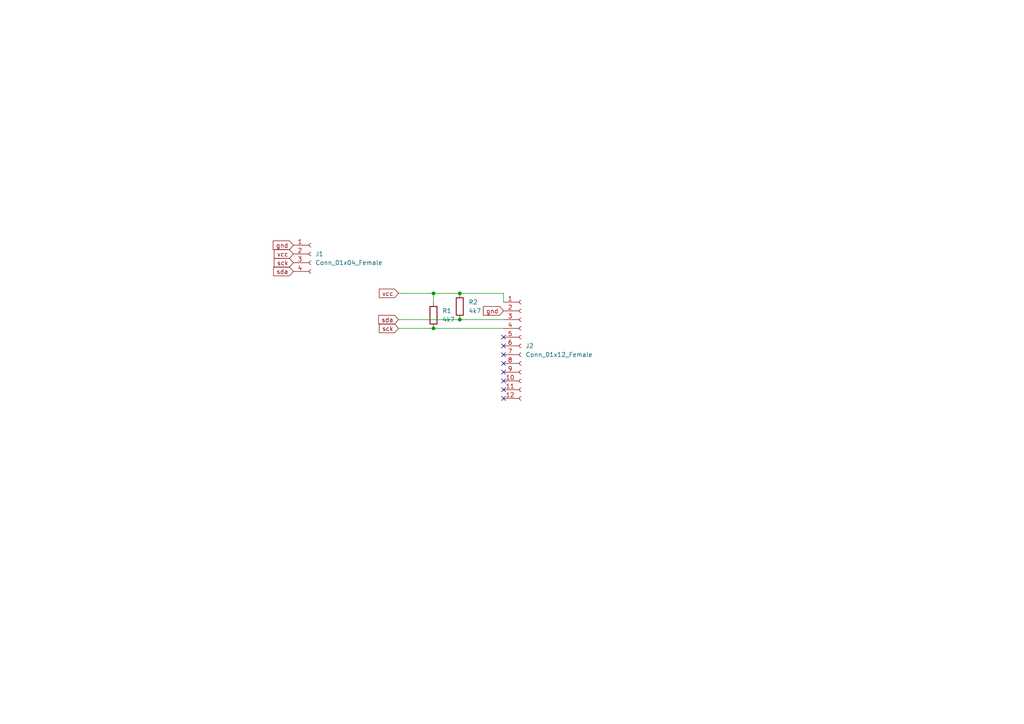
<source format=kicad_sch>
(kicad_sch (version 20211123) (generator eeschema)
  (paper "A4")
  (lib_symbols
    (symbol "Connector:Conn_01x04_Female" (pin_names (offset 1.016) hide)
      (property "Reference" "J" (at 0 5.08 0))
      (property "Value" "Conn_01x04_Female" (at 0 -7.62 0))
      (symbol "Conn_01x04_Female_1_1"
        (arc (start 0 -4.572) (mid -0.508 -5.08) (end 0 -5.588) (stroke (width 0.1524)))
        (arc (start 0 -2.032) (mid -0.508 -2.54) (end 0 -3.048) (stroke (width 0.1524)))
        (polyline (pts (xy -1.27 -5.08) (xy -0.508 -5.08)) (stroke (width 0.1524)))
        (polyline (pts (xy -1.27 -2.54) (xy -0.508 -2.54)) (stroke (width 0.1524)))
        (polyline (pts (xy -1.27 0) (xy -0.508 0)) (stroke (width 0.1524)))
        (polyline (pts (xy -1.27 2.54) (xy -0.508 2.54)) (stroke (width 0.1524)))
        (arc (start 0 0.508) (mid -0.508 0) (end 0 -0.508) (stroke (width 0.1524)))
        (arc (start 0 3.048) (mid -0.508 2.54) (end 0 2.032) (stroke (width 0.1524)))
        (pin passive line (at -5.08 2.54 0) (length 3.81) (name "Pin_1") (number "1"))
        (pin passive line (at -5.08 0 0) (length 3.81) (name "Pin_2") (number "2"))
        (pin passive line (at -5.08 -2.54 0) (length 3.81) (name "Pin_3") (number "3"))
        (pin passive line (at -5.08 -5.08 0) (length 3.81) (name "Pin_4") (number "4"))
      )
    )
    (symbol "Connector:Conn_01x12_Female" (pin_names (offset 1.016) hide)
      (property "Reference" "J" (at 0 15.24 0))
      (property "Value" "Conn_01x12_Female" (at 0 -17.78 0))
      (symbol "Conn_01x12_Female_1_1"
        (arc (start 0 -14.732) (mid -0.508 -15.24) (end 0 -15.748) (stroke (width 0.1524)))
        (arc (start 0 -12.192) (mid -0.508 -12.7) (end 0 -13.208) (stroke (width 0.1524)))
        (arc (start 0 -9.652) (mid -0.508 -10.16) (end 0 -10.668) (stroke (width 0.1524)))
        (arc (start 0 -7.112) (mid -0.508 -7.62) (end 0 -8.128) (stroke (width 0.1524)))
        (arc (start 0 -4.572) (mid -0.508 -5.08) (end 0 -5.588) (stroke (width 0.1524)))
        (arc (start 0 -2.032) (mid -0.508 -2.54) (end 0 -3.048) (stroke (width 0.1524)))
        (polyline (pts (xy -1.27 -15.24) (xy -0.508 -15.24)) (stroke (width 0.1524)))
        (polyline (pts (xy -1.27 -12.7) (xy -0.508 -12.7)) (stroke (width 0.1524)))
        (polyline (pts (xy -1.27 -10.16) (xy -0.508 -10.16)) (stroke (width 0.1524)))
        (polyline (pts (xy -1.27 -7.62) (xy -0.508 -7.62)) (stroke (width 0.1524)))
        (polyline (pts (xy -1.27 -5.08) (xy -0.508 -5.08)) (stroke (width 0.1524)))
        (polyline (pts (xy -1.27 -2.54) (xy -0.508 -2.54)) (stroke (width 0.1524)))
        (polyline (pts (xy -1.27 0) (xy -0.508 0)) (stroke (width 0.1524)))
        (polyline (pts (xy -1.27 2.54) (xy -0.508 2.54)) (stroke (width 0.1524)))
        (polyline (pts (xy -1.27 5.08) (xy -0.508 5.08)) (stroke (width 0.1524)))
        (polyline (pts (xy -1.27 7.62) (xy -0.508 7.62)) (stroke (width 0.1524)))
        (polyline (pts (xy -1.27 10.16) (xy -0.508 10.16)) (stroke (width 0.1524)))
        (polyline (pts (xy -1.27 12.7) (xy -0.508 12.7)) (stroke (width 0.1524)))
        (arc (start 0 0.508) (mid -0.508 0) (end 0 -0.508) (stroke (width 0.1524)))
        (arc (start 0 3.048) (mid -0.508 2.54) (end 0 2.032) (stroke (width 0.1524)))
        (arc (start 0 5.588) (mid -0.508 5.08) (end 0 4.572) (stroke (width 0.1524)))
        (arc (start 0 8.128) (mid -0.508 7.62) (end 0 7.112) (stroke (width 0.1524)))
        (arc (start 0 10.668) (mid -0.508 10.16) (end 0 9.652) (stroke (width 0.1524)))
        (arc (start 0 13.208) (mid -0.508 12.7) (end 0 12.192) (stroke (width 0.1524)))
        (pin passive line (at -5.08 12.7 0) (length 3.81) (name "Pin_1") (number "1"))
        (pin passive line (at -5.08 -10.16 0) (length 3.81) (name "Pin_10") (number "10"))
        (pin passive line (at -5.08 -12.7 0) (length 3.81) (name "Pin_11") (number "11"))
        (pin passive line (at -5.08 -15.24 0) (length 3.81) (name "Pin_12") (number "12"))
        (pin passive line (at -5.08 10.16 0) (length 3.81) (name "Pin_2") (number "2"))
        (pin passive line (at -5.08 7.62 0) (length 3.81) (name "Pin_3") (number "3"))
        (pin passive line (at -5.08 5.08 0) (length 3.81) (name "Pin_4") (number "4"))
        (pin passive line (at -5.08 2.54 0) (length 3.81) (name "Pin_5") (number "5"))
        (pin passive line (at -5.08 0 0) (length 3.81) (name "Pin_6") (number "6"))
        (pin passive line (at -5.08 -2.54 0) (length 3.81) (name "Pin_7") (number "7"))
        (pin passive line (at -5.08 -5.08 0) (length 3.81) (name "Pin_8") (number "8"))
        (pin passive line (at -5.08 -7.62 0) (length 3.81) (name "Pin_9") (number "9"))
      )
    )
    (symbol "Device:R" (pin_numbers hide) (pin_names (offset 0))
      (property "Reference" "R" (at 2.032 0 90))
      (property "Value" "R" (at 0 0 90))
      (symbol "R_0_1"
        (rectangle (start -1.016 -2.54) (end 1.016 2.54) (stroke (width 0.254)))
      )
      (symbol "R_1_1"
        (pin passive line (at 0 3.81 270) (length 1.27) (name "~") (number "1"))
        (pin passive line (at 0 -3.81 90) (length 1.27) (name "~") (number "2"))
      )
    )
  )
  (junction (at 133.35 85.09))
  (junction (at 125.73 85.09))
  (junction (at 133.35 92.71))
  (junction (at 125.73 95.25))
  (no_connect (at 146.05 105.41))
  (no_connect (at 146.05 97.79))
  (no_connect (at 146.05 100.33))
  (no_connect (at 146.05 102.87))
  (no_connect (at 146.05 107.95))
  (no_connect (at 146.05 110.49))
  (no_connect (at 146.05 113.03))
  (no_connect (at 146.05 115.57))
  (wire (pts (xy 115.57 92.71) (xy 133.35 92.71)))
  (wire (pts (xy 125.73 85.09) (xy 125.73 87.63)))
  (wire (pts (xy 115.57 95.25) (xy 125.73 95.25)))
  (wire (pts (xy 146.05 85.09) (xy 146.05 87.63)))
  (wire (pts (xy 125.73 95.25) (xy 146.05 95.25)))
  (wire (pts (xy 115.57 85.09) (xy 125.73 85.09)))
  (wire (pts (xy 125.73 85.09) (xy 133.35 85.09)))
  (wire (pts (xy 133.35 85.09) (xy 146.05 85.09)))
  (wire (pts (xy 133.35 92.71) (xy 146.05 92.71)))
  (global_label "sda" (shape input) (at 85.09 78.74 180) (property "Intersheet References" "${INTERSHEET_REFS}" (effects hide)))
  (global_label "gnd" (shape input) (at 85.09 71.12 180) (property "Intersheet References" "${INTERSHEET_REFS}" (effects hide)))
  (global_label "sck" (shape input) (at 115.57 95.25 180) (property "Intersheet References" "${INTERSHEET_REFS}" (effects hide)))
  (global_label "vcc" (shape input) (at 85.09 73.66 180) (property "Intersheet References" "${INTERSHEET_REFS}" (effects hide)))
  (global_label "sda" (shape input) (at 115.57 92.71 180) (property "Intersheet References" "${INTERSHEET_REFS}" (effects hide)))
  (global_label "vcc" (shape input) (at 115.57 85.09 180) (property "Intersheet References" "${INTERSHEET_REFS}" (effects hide)))
  (global_label "gnd" (shape input) (at 146.05 90.17 180) (property "Intersheet References" "${INTERSHEET_REFS}" (effects hide)))
  (global_label "sck" (shape input) (at 85.09 76.2 180) (property "Intersheet References" "${INTERSHEET_REFS}" (effects hide)))
  (symbol (lib_id "Connector:Conn_01x04_Female") (at 90.17 73.66 0) (unit 1)
    (property "Reference" "J1" (at 91.44 73.6599 0) (effects (justify left)))
    (property "Value" "Conn_01x04_Female" (at 91.44 76.1999 0) (effects (justify left)))
    (property "Footprint" "Connector_PinHeader_2.54mm:PinHeader_1x04_P2.54mm_Vertical" (effects hide))
  )
  (symbol (lib_id "Device:R") (at 125.73 91.44 180) (unit 1)
    (property "Reference" "R1" (at 128.27 90.1699 0) (effects (justify right)))
    (property "Value" "4k7" (at 128.27 92.7099 0) (effects (justify right)))
    (property "Footprint" "Resistor_SMD:R_0805_2012Metric_Pad1.20x1.40mm_HandSolder" (effects hide))
  )
  (symbol (lib_id "Connector:Conn_01x12_Female") (at 151.13 100.33 0) (unit 1)
    (property "Reference" "J2" (at 152.4 100.3299 0) (effects (justify left)))
    (property "Value" "Conn_01x12_Female" (at 152.4 102.8699 0) (effects (justify left)))
    (property "Footprint" "minimal-ffc-i2c:FPC-SMD_FPC05012-09200-.5mm-rev" (effects hide))
  )
  (symbol (lib_id "Device:R") (at 133.35 88.9 180) (unit 1)
    (property "Reference" "R2" (at 135.89 87.6299 0) (effects (justify right)))
    (property "Value" "4k7" (at 135.89 90.1699 0) (effects (justify right)))
    (property "Footprint" "Resistor_SMD:R_0805_2012Metric_Pad1.20x1.40mm_HandSolder" (effects hide))
  )
)
</source>
